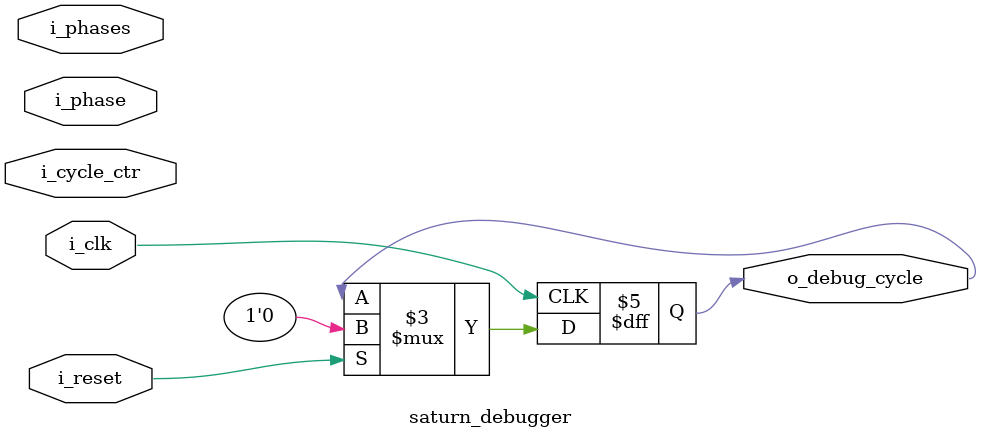
<source format=v>
/*
    (c) Raphaël Jacquot 2019
    
		This file is part of hp_saturn.

    hp_saturn is free software: you can redistribute it and/or modify
    it under the terms of the GNU General Public License as published by
    the Free Software Foundation, either version 3 of the License, or
    any later version.

    hp_saturn is distributed in the hope that it will be useful,
    but WITHOUT ANY WARRANTY; without even the implied warranty of
    MERCHANTABILITY or FITNESS FOR A PARTICULAR PURPOSE.  See the
    GNU General Public License for more details.

    You should have received a copy of the GNU General Public License
    along with Foobar.  If not, see <https://www.gnu.org/licenses/>.

 */

`default_nettype none

module saturn_debugger (
    i_clk,
    i_reset,
    i_phases,
    i_phase,
    i_cycle_ctr,

    o_debug_cycle
);

input  wire [0:0]  i_clk;
input  wire [0:0]  i_reset;
input  wire [3:0]  i_phases;
input  wire [1:0]  i_phase;
input  wire [31:0] i_cycle_ctr;

output reg  [0:0]  o_debug_cycle;

initial begin
    o_debug_cycle = 1'b0;
end


always @(posedge i_clk) begin


    if (i_reset) begin
        o_debug_cycle <= 1'b0;
    end

end

endmodule


</source>
